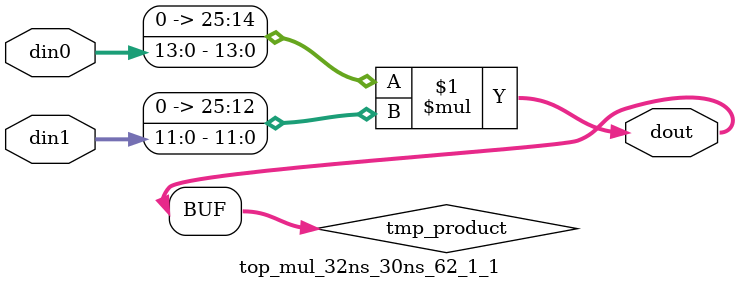
<source format=v>

`timescale 1 ns / 1 ps

  module top_mul_32ns_30ns_62_1_1(din0, din1, dout);
parameter ID = 1;
parameter NUM_STAGE = 0;
parameter din0_WIDTH = 14;
parameter din1_WIDTH = 12;
parameter dout_WIDTH = 26;

input [din0_WIDTH - 1 : 0] din0; 
input [din1_WIDTH - 1 : 0] din1; 
output [dout_WIDTH - 1 : 0] dout;

wire signed [dout_WIDTH - 1 : 0] tmp_product;










assign tmp_product = $signed({1'b0, din0}) * $signed({1'b0, din1});











assign dout = tmp_product;







endmodule

</source>
